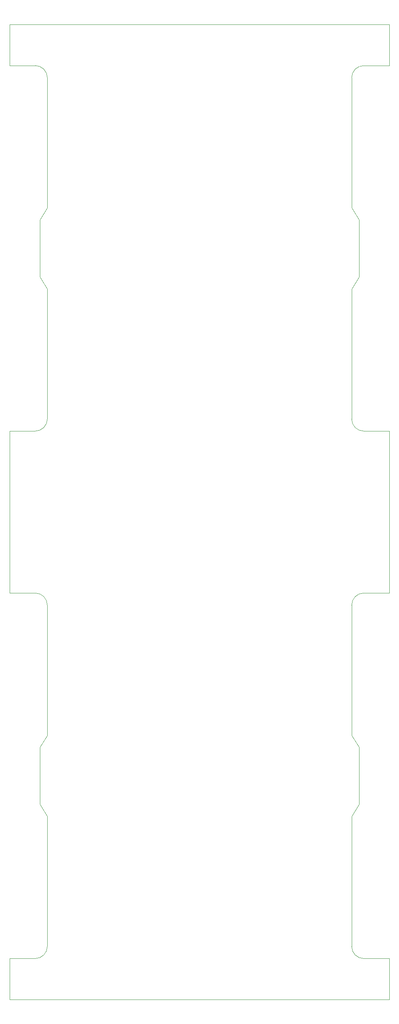
<source format=gbr>
%TF.GenerationSoftware,KiCad,Pcbnew,9.0.0*%
%TF.CreationDate,2025-10-09T13:40:37-07:00*%
%TF.ProjectId,2U_XY_V1,32555f58-595f-4563-912e-6b696361645f,1.0*%
%TF.SameCoordinates,Original*%
%TF.FileFunction,Profile,NP*%
%FSLAX46Y46*%
G04 Gerber Fmt 4.6, Leading zero omitted, Abs format (unit mm)*
G04 Created by KiCad (PCBNEW 9.0.0) date 2025-10-09 13:40:37*
%MOMM*%
%LPD*%
G01*
G04 APERTURE LIST*
%TA.AperFunction,Profile*%
%ADD10C,0.050000*%
%TD*%
G04 APERTURE END LIST*
D10*
X173730000Y-160170000D02*
X168150000Y-160170000D01*
X173730000Y-160170000D02*
G75*
G02*
X176389938Y-162820000I15000J-2644900D01*
G01*
X168150000Y-124870000D02*
X168150000Y-160170000D01*
X168150000Y-239870000D02*
X168150000Y-248800000D01*
X168150000Y-36200000D02*
X168150000Y-45170000D01*
X251150000Y-160175000D02*
X245570000Y-160175000D01*
X174800000Y-91245000D02*
X176390000Y-93845000D01*
X242910000Y-93850000D02*
X242910000Y-122225000D01*
X251150000Y-160175000D02*
X251150000Y-124875000D01*
X176390000Y-208845000D02*
X176390000Y-237220000D01*
X174800000Y-193795000D02*
X174800000Y-206245000D01*
X242910000Y-76200000D02*
X244500000Y-78800000D01*
X168150000Y-124870000D02*
X173730000Y-124870000D01*
X174800000Y-206245000D02*
X176390000Y-208845000D01*
X176390000Y-93845000D02*
X176390000Y-122220000D01*
X242910000Y-93850000D02*
X244500000Y-91250000D01*
X168150000Y-248800000D02*
X251150000Y-248800000D01*
X244500000Y-78800000D02*
X244500000Y-91250000D01*
X251150000Y-36200000D02*
X168150000Y-36200000D01*
X174800000Y-78795000D02*
X176390000Y-76195000D01*
X251150000Y-248800000D02*
X251150000Y-239875000D01*
X242910000Y-162825000D02*
G75*
G02*
X245570000Y-160175038I2644900J5100D01*
G01*
X251150000Y-45175000D02*
X245570000Y-45175000D01*
X174800000Y-193795000D02*
X176390000Y-191195000D01*
X251150000Y-45175000D02*
X251150000Y-36200000D01*
X242910000Y-191200000D02*
X244500000Y-193800000D01*
X245570000Y-124875000D02*
G75*
G02*
X242909963Y-122225000I-14900J2645100D01*
G01*
X242910000Y-162825000D02*
X242910000Y-191200000D01*
X176390000Y-237220000D02*
G75*
G02*
X173730000Y-239869962I-2645000J-5000D01*
G01*
X176390000Y-47820000D02*
X176390000Y-76195000D01*
X242910000Y-47825000D02*
X242910000Y-76200000D01*
X244500000Y-193800000D02*
X244500000Y-206250000D01*
X245570000Y-124875000D02*
X251150000Y-124875000D01*
X242910000Y-47825000D02*
G75*
G02*
X245570000Y-45175038I2644900J5100D01*
G01*
X173730000Y-45170000D02*
X168150000Y-45170000D01*
X176390000Y-162820000D02*
X176390000Y-191195000D01*
X173730000Y-45170000D02*
G75*
G02*
X176389938Y-47820000I15000J-2644900D01*
G01*
X174800000Y-78795000D02*
X174800000Y-91245000D01*
X245570000Y-239875000D02*
G75*
G02*
X242909963Y-237225000I-14900J2645100D01*
G01*
X168150000Y-239870000D02*
X173730000Y-239870000D01*
X242910000Y-208850000D02*
X242910000Y-237225000D01*
X176390000Y-122220000D02*
G75*
G02*
X173730000Y-124869962I-2645000J-5000D01*
G01*
X242910000Y-208850000D02*
X244500000Y-206250000D01*
X245570000Y-239875000D02*
X251150000Y-239875000D01*
M02*

</source>
